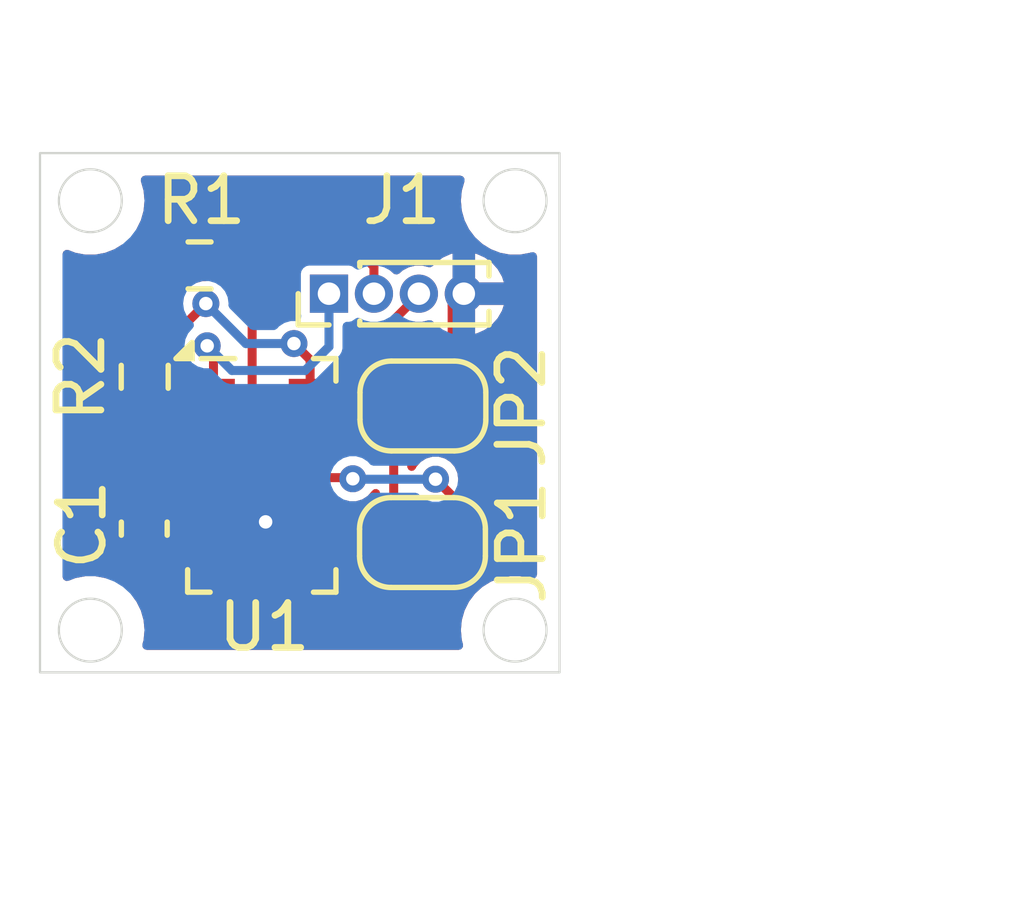
<source format=kicad_pcb>
(kicad_pcb (version 20240108) (generator "pcbnew") (generator_version "8.0")
  (layers (0 "F.Cu" signal) (31 "B.Cu" signal) (34 "B.Paste" user) (35 "F.Paste" user) (36 "B.SilkS" user "B.Silkscreen") (37 "F.SilkS" user "F.Silkscreen") (38 "B.Mask" user) (39 "F.Mask" user) (44 "Edge.Cuts" user))
  (net 0 "")
  (net 1 "GND")
  (net 2 "+3.3V")
  (net 3 "Baro_SDA")
  (net 4 "Baro_SCL")
  (net 6 "Net-(JP1-B)")
  (footprint "Resistor_SMD:R_0603_1608Metric_Pad0.98x0.95mm_HandSolder" (layer "F.Cu") (at 133.42 95.43)
    (property "Reference" "R1" (at 0.04 -1.45 0) (layer "F.SilkS"))
    (property "Value" "10k")
    (fp_line (start -0.254724 -0.5225) (end 0.254724 -0.5225) (stroke (width 0.12)) (layer "F.SilkS"))
    (fp_line (start -0.254724 0.5225) (end 0.254724 0.5225) (stroke (width 0.12)) (layer "F.SilkS"))
    (pad "1" smd roundrect (at -0.9125 0) (size 0.975 0.95) (layers "F.Cu" "F.Paste" "F.Mask") (net 2 "+3.3V"))
    (pad "2" smd roundrect (at 0.9125 0) (size 0.975 0.95) (layers "F.Cu" "F.Paste" "F.Mask") (net 3 "Baro_SDA"))
  )
  (footprint "Connector_PinHeader_1.00mm:PinHeader_1x04_P1.00mm_Vertical" (layer "F.Cu") (at 136.3 96.06 90)
    (property "Reference" "J1" (at 2.08 1.62 0) (layer "F.SilkS"))
    (property "Value" "Conn_01x04_Pin")
    (fp_line (start -0.695 -0.685) (end 0 -0.685) (stroke (width 0.12)) (layer "F.SilkS"))
    (fp_line (start -0.695 0) (end -0.695 -0.685) (stroke (width 0.12)) (layer "F.SilkS"))
    (fp_line (start 0.695 0.685) (end 0.695 3.56) (stroke (width 0.12)) (layer "F.SilkS"))
    (fp_line (start 0.608276 0.685) (end 0.695 0.685) (stroke (width 0.12)) (layer "F.SilkS"))
    (fp_line (start -0.695 0.685) (end -0.608276 0.685) (stroke (width 0.12)) (layer "F.SilkS"))
    (fp_line (start -0.695 0.685) (end -0.695 3.56) (stroke (width 0.12)) (layer "F.SilkS"))
    (fp_line (start 0.394493 3.56) (end 0.695 3.56) (stroke (width 0.12)) (layer "F.SilkS"))
    (fp_line (start -0.695 3.56) (end -0.394493 3.56) (stroke (width 0.12)) (layer "F.SilkS"))
    (pad "1" thru_hole rect (at 0 0 90) (size 0.85 0.85) (drill 0.5) (layers "*.Cu" "*.Mask") (net 2 "+3.3V"))
    (pad "2" thru_hole oval (at 0 1 90) (size 0.85 0.85) (drill 0.5) (layers "*.Cu" "*.Mask") (net 3 "Baro_SDA"))
    (pad "3" thru_hole oval (at 0 2 90) (size 0.85 0.85) (drill 0.5) (layers "*.Cu" "*.Mask") (net 4 "Baro_SCL"))
    (pad "4" thru_hole oval (at 0 3 90) (size 0.85 0.85) (drill 0.5) (layers "*.Cu" "*.Mask") (net 1 "GND"))
  )
  (footprint "Jumper:SolderJumper-2_P1.3mm_Open_RoundedPad1.0x1.5mm" (layer "F.Cu") (at 138.38 101.6 180)
    (property "Reference" "JP1" (at -2.21 0 -90) (layer "F.SilkS"))
    (property "Value" "SolderJumper_2_Open")
    (fp_line (start 1.4 -0.3) (end 1.4 0.3) (stroke (width 0.12)) (layer "F.SilkS"))
    (fp_line (start 0.7 1) (end -0.7 1) (stroke (width 0.12)) (layer "F.SilkS"))
    (fp_line (start -0.7 -1) (end 0.7 -1) (stroke (width 0.12)) (layer "F.SilkS"))
    (fp_line (start -1.4 0.3) (end -1.4 -0.3) (stroke (width 0.12)) (layer "F.SilkS"))
    (fp_arc (start 1.4 0.3) (mid 1.194975 0.794975) (end 0.7 1) (stroke (width 0.12)) (layer "F.SilkS"))
    (fp_arc (start 0.7 -1) (mid 1.194975 -0.794975) (end 1.4 -0.3) (stroke (width 0.12)) (layer "F.SilkS"))
    (fp_arc (start -0.7 1) (mid -1.194975 0.794975) (end -1.4 0.3) (stroke (width 0.12)) (layer "F.SilkS"))
    (fp_arc (start -1.4 -0.3) (mid -1.194975 -0.794975) (end -0.7 -1) (stroke (width 0.12)) (layer "F.SilkS"))
    (pad "1" smd custom (at -0.65 0 180) (size 1 0.5) (layers "F.Cu" "F.Mask") (net 2 "+3.3V") (options (clearance outline) (anchor rect)) (primitives (gr_circle (center 0 0.25) (end 0.5 0.25) (width 0) (fill yes)) (gr_circle (center 0 -0.25) (end 0.5 -0.25) (width 0) (fill yes)) (gr_poly (pts (xy 0.5 0.75) (xy 0 0.75) (xy 0 -0.75) (xy 0.5 -0.75)) (width 0) (fill yes))))
    (pad "2" smd custom (at 0.65 0 180) (size 1 0.5) (layers "F.Cu" "F.Mask") (net 6 "Net-(JP1-B)") (options (clearance outline) (anchor rect)) (primitives (gr_circle (center 0 0.25) (end 0.5 0.25) (width 0) (fill yes)) (gr_circle (center 0 -0.25) (end 0.5 -0.25) (width 0) (fill yes)) (gr_poly (pts (xy 0 0.75) (xy -0.5 0.75) (xy -0.5 -0.75) (xy 0 -0.75)) (width 0) (fill yes))))
  )
  (footprint "Jumper:SolderJumper-2_P1.3mm_Open_RoundedPad1.0x1.5mm" (layer "F.Cu") (at 138.39 98.56 180)
    (property "Reference" "JP2" (at -2.19 -0.02 -90) (layer "F.SilkS"))
    (property "Value" "SolderJumper_2_Open")
    (fp_line (start 1.4 -0.3) (end 1.4 0.3) (stroke (width 0.12)) (layer "F.SilkS"))
    (fp_line (start 0.7 1) (end -0.7 1) (stroke (width 0.12)) (layer "F.SilkS"))
    (fp_line (start -0.7 -1) (end 0.7 -1) (stroke (width 0.12)) (layer "F.SilkS"))
    (fp_line (start -1.4 0.3) (end -1.4 -0.3) (stroke (width 0.12)) (layer "F.SilkS"))
    (fp_arc (start 1.4 0.3) (mid 1.194975 0.794975) (end 0.7 1) (stroke (width 0.12)) (layer "F.SilkS"))
    (fp_arc (start 0.7 -1) (mid 1.194975 -0.794975) (end 1.4 -0.3) (stroke (width 0.12)) (layer "F.SilkS"))
    (fp_arc (start -0.7 1) (mid -1.194975 0.794975) (end -1.4 0.3) (stroke (width 0.12)) (layer "F.SilkS"))
    (fp_arc (start -1.4 -0.3) (mid -1.194975 -0.794975) (end -0.7 -1) (stroke (width 0.12)) (layer "F.SilkS"))
    (pad "1" smd custom (at -0.65 0 180) (size 1 0.5) (layers "F.Cu" "F.Mask") (net 1 "GND") (options (clearance outline) (anchor rect)) (primitives (gr_circle (center 0 0.25) (end 0.5 0.25) (width 0) (fill yes)) (gr_circle (center 0 -0.25) (end 0.5 -0.25) (width 0) (fill yes)) (gr_poly (pts (xy 0.5 0.75) (xy 0 0.75) (xy 0 -0.75) (xy 0.5 -0.75)) (width 0) (fill yes))))
    (pad "2" smd custom (at 0.65 0 180) (size 1 0.5) (layers "F.Cu" "F.Mask") (net 6 "Net-(JP1-B)") (options (clearance outline) (anchor rect)) (primitives (gr_circle (center 0 0.25) (end 0.5 0.25) (width 0) (fill yes)) (gr_circle (center 0 -0.25) (end 0.5 -0.25) (width 0) (fill yes)) (gr_poly (pts (xy 0 0.75) (xy -0.5 0.75) (xy -0.5 -0.75) (xy 0 -0.75)) (width 0) (fill yes))))
  )
  (footprint "Resistor_SMD:R_0603_1608Metric_Pad0.98x0.95mm_HandSolder" (layer "F.Cu") (at 132.2 97.91 90)
    (property "Reference" "R2" (at 0 -1.43 -90) (layer "F.SilkS"))
    (property "Value" "10k")
    (fp_line (start -0.254724 -0.5225) (end 0.254724 -0.5225) (stroke (width 0.12)) (layer "F.SilkS"))
    (fp_line (start -0.254724 0.5225) (end 0.254724 0.5225) (stroke (width 0.12)) (layer "F.SilkS"))
    (pad "1" smd roundrect (at -0.9125 0 90) (size 0.975 0.95) (layers "F.Cu" "F.Paste" "F.Mask") (net 2 "+3.3V"))
    (pad "2" smd roundrect (at 0.9125 0 90) (size 0.975 0.95) (layers "F.Cu" "F.Paste" "F.Mask") (net 4 "Baro_SCL"))
  )
  (footprint "Capacitor_SMD:C_0603_1608Metric_Pad1.08x0.95mm_HandSolder" (layer "F.Cu") (at 132.19 101.29 -90)
    (property "Reference" "C1" (at -0.09 1.39 90) (layer "F.SilkS"))
    (property "Value" "100nf")
    (fp_line (start -0.146267 0.51) (end 0.146267 0.51) (stroke (width 0.12)) (layer "F.SilkS"))
    (fp_line (start -0.146267 -0.51) (end 0.146267 -0.51) (stroke (width 0.12)) (layer "F.SilkS"))
    (pad "1" smd roundrect (at -0.8625 0 270) (size 1.075 0.95) (layers "F.Cu" "F.Paste" "F.Mask") (net 2 "+3.3V"))
    (pad "2" smd roundrect (at 0.8625 0 270) (size 1.075 0.95) (layers "F.Cu" "F.Paste" "F.Mask") (net 1 "GND"))
  )
  (footprint "Package_LGA:LGA-8_3x5mm_P1.25mm" (layer "F.Cu") (at 134.805 100.105)
    (property "Reference" "U1" (at 0.055 3.375 0) (layer "F.SilkS"))
    (property "Value" "MS5607-02BA")
    (fp_line (start -1.65 2.6) (end -1.65 2.1) (stroke (width 0.12)) (layer "F.SilkS"))
    (fp_line (start -1.35 -2.6) (end -0.6 -2.6) (stroke (width 0.12)) (layer "F.SilkS"))
    (fp_line (start -1.15 2.6) (end -1.65 2.6) (stroke (width 0.12)) (layer "F.SilkS"))
    (fp_line (start 1.15 -2.6) (end 1.65 -2.6) (stroke (width 0.12)) (layer "F.SilkS"))
    (fp_line (start 1.65 -2.6) (end 1.65 -2.1) (stroke (width 0.12)) (layer "F.SilkS"))
    (fp_line (start 1.65 2.1) (end 1.65 2.6) (stroke (width 0.12)) (layer "F.SilkS"))
    (fp_line (start 1.65 2.6) (end 1.15 2.6) (stroke (width 0.12)) (layer "F.SilkS"))
    (fp_poly (pts (xy -1.55 -2.6) (xy -1.91 -2.6) (xy -1.55 -2.96) (xy -1.55 -2.6)) (stroke (width 0.12)) (fill solid) (layer "F.SilkS"))
    (pad "1" smd rect (at -1.075 -1.875) (size 0.95 0.55) (layers "F.Cu" "F.Paste" "F.Mask") (net 2 "+3.3V"))
    (pad "2" smd rect (at -1.075 -0.625) (size 0.95 0.55) (layers "F.Cu" "F.Paste" "F.Mask") (net 2 "+3.3V"))
    (pad "3" smd rect (at -1.075 0.625) (size 0.95 0.55) (layers "F.Cu" "F.Paste" "F.Mask") (net 1 "GND"))
    (pad "4" smd rect (at -1.075 1.875) (size 0.95 0.55) (layers "F.Cu" "F.Paste" "F.Mask") (net 6 "Net-(JP1-B)"))
    (pad "5" smd rect (at 1.075 1.875) (size 0.95 0.55) (layers "F.Cu" "F.Paste" "F.Mask") (net 6 "Net-(JP1-B)"))
    (pad "6" smd rect (at 1.075 0.625) (size 0.95 0.55) (layers "F.Cu" "F.Paste" "F.Mask"))
    (pad "7" smd rect (at 1.075 -0.625) (size 0.95 0.55) (layers "F.Cu" "F.Paste" "F.Mask") (net 3 "Baro_SDA"))
    (pad "8" smd rect (at 1.075 -1.875) (size 0.95 0.55) (layers "F.Cu" "F.Paste" "F.Mask") (net 4 "Baro_SCL"))
  )
  (gr_circle (center 130.99 93.99) (end 131.69 93.99) (stroke (width 0.05)) (fill none) (layer "Edge.Cuts"))
  (gr_circle (center 130.99 103.55) (end 131.69 103.55) (stroke (width 0.05)) (fill none) (layer "Edge.Cuts"))
  (gr_circle (center 140.44 103.55) (end 141.14 103.55) (stroke (width 0.05)) (fill none) (layer "Edge.Cuts"))
  (gr_circle (center 140.44 93.99) (end 141.14 93.99) (stroke (width 0.05)) (fill none) (layer "Edge.Cuts"))
  (gr_rect (start 129.87 92.93) (end 141.43 104.49) (stroke (width 0.05)) (fill none) (layer "Edge.Cuts"))
  (segment (start 139.04 96.32) (end 139.3 96.06) (width 0.2) (layer "F.Cu") (net 1))
  (segment (start 133.73 100.73) (end 134.48 100.73) (width 0.2) (layer "F.Cu") (net 1))
  (segment (start 133.13 103) (end 139.023877 103) (width 0.2) (layer "F.Cu") (net 1))
  (segment (start 132.2 102.07) (end 133.13 103) (width 0.2) (layer "F.Cu") (net 1))
  (segment (start 139.023877 103) (end 139.85 102.173877) (width 0.2) (layer "F.Cu") (net 1))
  (segment (start 139.85 99.37) (end 139.04 98.56) (width 0.2) (layer "F.Cu") (net 1))
  (segment (start 134.48 100.73) (end 134.89 101.14) (width 0.2) (layer "F.Cu") (net 1))
  (segment (start 133.54 100.73) (end 132.2 102.07) (width 0.2) (layer "F.Cu") (net 1))
  (segment (start 139.85 102.173877) (end 139.85 99.37) (width 0.2) (layer "F.Cu") (net 1))
  (segment (start 133.73 100.73) (end 133.54 100.73) (width 0.2) (layer "F.Cu") (net 1))
  (segment (start 139.04 98.56) (end 139.04 96.32) (width 0.2) (layer "F.Cu") (net 1))
  (via (at 134.89 101.14) (size 0.6) (drill 0.3) (layers "F.Cu" "B.Cu") (net 1))
  (segment (start 134.405 100.155) (end 133.73 99.48) (width 0.2) (layer "F.Cu") (net 2))
  (segment (start 139.03 100.55) (end 138.67 100.19) (width 0.2) (layer "F.Cu") (net 2))
  (segment (start 133.73 99.48) (end 133.73 98.23) (width 0.2) (layer "F.Cu") (net 2))
  (segment (start 139.03 101.6) (end 139.03 100.55) (width 0.2) (layer "F.Cu") (net 2))
  (segment (start 133.73 97.36) (end 133.59 97.22) (width 0.2) (layer "F.Cu") (net 2))
  (segment (start 132.2 98.8225) (end 132.2 100.345) (width 0.2) (layer "F.Cu") (net 2))
  (segment (start 136.805 100.155) (end 134.405 100.155) (width 0.2) (layer "F.Cu") (net 2))
  (segment (start 136.83 100.18) (end 136.805 100.155) (width 0.2) (layer "F.Cu") (net 2))
  (segment (start 133.73 98.23) (end 133.73 97.36) (width 0.2) (layer "F.Cu") (net 2))
  (segment (start 133.065 99.48) (end 132.2 100.345) (width 0.2) (layer "F.Cu") (net 2))
  (segment (start 131.425 98.0475) (end 131.425 96.5125) (width 0.2) (layer "F.Cu") (net 2))
  (segment (start 131.425 96.5125) (end 132.5075 95.43) (width 0.2) (layer "F.Cu") (net 2))
  (segment (start 132.2 98.8225) (end 131.425 98.0475) (width 0.2) (layer "F.Cu") (net 2))
  (segment (start 133.73 99.48) (end 133.065 99.48) (width 0.2) (layer "F.Cu") (net 2))
  (via (at 138.67 100.19) (size 0.6) (drill 0.3) (layers "F.Cu" "B.Cu") (net 2))
  (via (at 136.83 100.18) (size 0.6) (drill 0.3) (layers "F.Cu" "B.Cu") (net 2))
  (via (at 133.59 97.22) (size 0.6) (drill 0.3) (layers "F.Cu" "B.Cu") (net 2))
  (segment (start 136.3 97.238529) (end 136.3 96.06) (width 0.2) (layer "B.Cu") (net 2))
  (segment (start 134.14 97.77) (end 135.768529 97.77) (width 0.2) (layer "B.Cu") (net 2))
  (segment (start 136.84 100.19) (end 136.83 100.18) (width 0.2) (layer "B.Cu") (net 2))
  (segment (start 138.67 100.19) (end 136.84 100.19) (width 0.2) (layer "B.Cu") (net 2))
  (segment (start 133.59 97.22) (end 134.14 97.77) (width 0.2) (layer "B.Cu") (net 2))
  (segment (start 135.768529 97.77) (end 136.3 97.238529) (width 0.2) (layer "B.Cu") (net 2))
  (segment (start 135.88 99.48) (end 135.68 99.48) (width 0.2) (layer "F.Cu") (net 3))
  (segment (start 134.59 98.19) (end 134.59 95.6875) (width 0.2) (layer "F.Cu") (net 3))
  (segment (start 134.6125 95.15) (end 134.3325 95.43) (width 0.2) (layer "F.Cu") (net 3))
  (segment (start 135.88 99.48) (end 136.08 99.48) (width 0.2) (layer "F.Cu") (net 3))
  (segment (start 134.59 95.6875) (end 134.3325 95.43) (width 0.2) (layer "F.Cu") (net 3))
  (segment (start 136.99104 95.15) (end 134.6125 95.15) (width 0.2) (layer "F.Cu") (net 3))
  (segment (start 137.3 95.45896) (end 136.99104 95.15) (width 0.2) (layer "F.Cu") (net 3))
  (segment (start 137.3 96.06) (end 137.3 95.45896) (width 0.2) (layer "F.Cu") (net 3))
  (segment (start 135.88 99.48) (end 134.59 98.19) (width 0.2) (layer "F.Cu") (net 3))
  (segment (start 138.3 96.06) (end 138.3 96.085305) (width 0.2) (layer "F.Cu") (net 4))
  (segment (start 135.88 97.53) (end 135.52 97.17) (width 0.2) (layer "F.Cu") (net 4))
  (segment (start 138.3 96.085305) (end 136.155305 98.23) (width 0.2) (layer "F.Cu") (net 4))
  (segment (start 136.155305 98.23) (end 135.88 98.23) (width 0.2) (layer "F.Cu") (net 4))
  (segment (start 135.88 98.23) (end 135.88 97.53) (width 0.2) (layer "F.Cu") (net 4))
  (segment (start 132.8425 96.9975) (end 132.2 96.9975) (width 0.2) (layer "F.Cu") (net 4))
  (segment (start 133.56 96.28) (end 132.8425 96.9975) (width 0.2) (layer "F.Cu") (net 4))
  (via (at 133.56 96.28) (size 0.6) (drill 0.3) (layers "F.Cu" "B.Cu") (net 4))
  (via (at 135.52 97.17) (size 0.6) (drill 0.3) (layers "F.Cu" "B.Cu") (net 4))
  (segment (start 134.45 97.17) (end 133.56 96.28) (width 0.2) (layer "B.Cu") (net 4))
  (segment (start 135.52 97.17) (end 134.45 97.17) (width 0.2) (layer "B.Cu") (net 4))
  (segment (start 137.73 101.22) (end 137.74 101.21) (width 0.2) (layer "F.Cu") (net 6))
  (segment (start 137.35 101.98) (end 137.73 101.6) (width 0.2) (layer "F.Cu") (net 6))
  (segment (start 137.74 101.21) (end 137.74 98.56) (width 0.2) (layer "F.Cu") (net 6))
  (segment (start 135.88 101.98) (end 137.35 101.98) (width 0.2) (layer "F.Cu") (net 6))
  (segment (start 137.73 98.57) (end 137.74 98.56) (width 0.2) (layer "F.Cu") (net 6))
  (segment (start 133.73 101.98) (end 135.88 101.98) (width 0.2) (layer "F.Cu") (net 6))
  (segment (start 137.73 101.6) (end 137.73 101.22) (width 0.2) (layer "F.Cu") (net 6))
  (zone (net 1) (net_name "GND") (layers "F&B.Cu") (connect_pads (clearance 0.2)) (min_thickness 0.2) (fill yes (thermal_gap 0.5) (thermal_bridge_width 0.5))
    (polygon (pts (xy 128.98 92.01) (xy 141.88 92.01) (xy 141.88 104.78) (xy 128.98 104.78)))
  )
)
</source>
